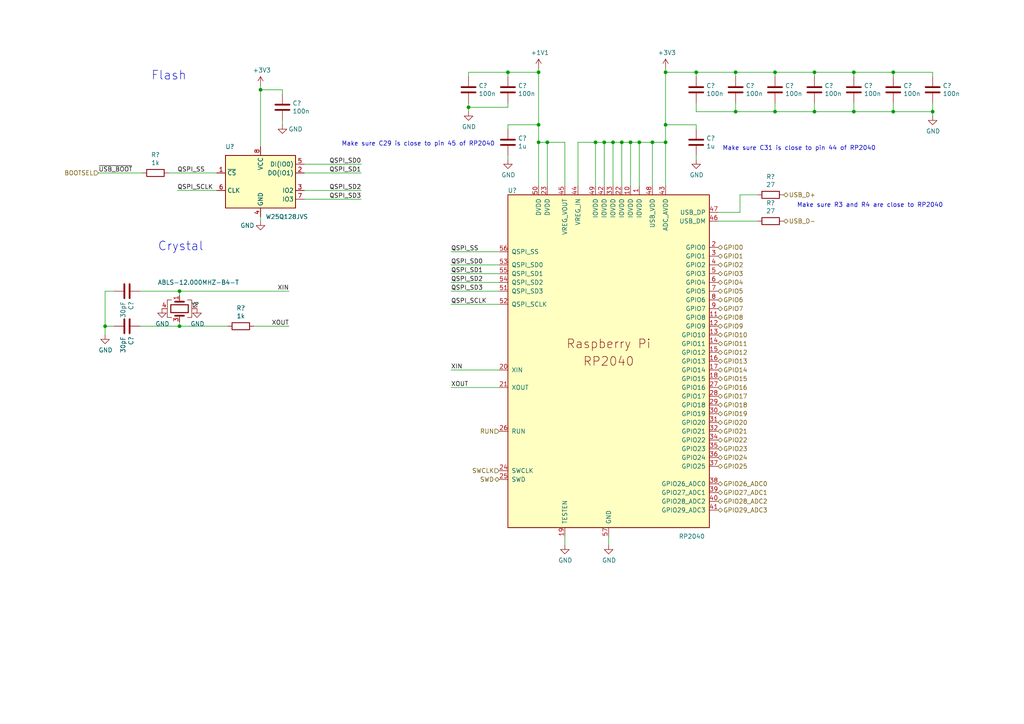
<source format=kicad_sch>
(kicad_sch (version 20230121) (generator eeschema)
  (paper "A4")
  (lib_symbols
    (symbol "Device:C" (pin_numbers hide) (pin_names (offset 0.254))
      (property "Reference" "C" (at 0.635 2.54 0))
      (property "Value" "C" (at 0.635 -2.54 0))
      (symbol "C_0_1"
        (polyline (pts (xy -2.032 -0.762) (xy 2.032 -0.762)) (stroke (width 0.508)))
        (polyline (pts (xy -2.032 0.762) (xy 2.032 0.762)) (stroke (width 0.508)))
      )
      (symbol "C_1_1"
        (pin passive line (at 0 3.81 270) (length 2.794) (name "~") (number "1"))
        (pin passive line (at 0 -3.81 90) (length 2.794) (name "~") (number "2"))
      )
    )
    (symbol "Device:Crystal_GND24" (pin_names (offset 1.016) hide)
      (property "Reference" "Y" (at 3.175 5.08 0))
      (property "Value" "Crystal_GND24" (at 3.175 3.175 0))
      (symbol "Crystal_GND24_0_1"
        (rectangle (start -1.143 2.54) (end 1.143 -2.54) (stroke (width 0.3048)))
        (polyline (pts (xy -2.54 0) (xy -2.032 0)))
        (polyline (pts (xy -2.032 -1.27) (xy -2.032 1.27)) (stroke (width 0.508)))
        (polyline (pts (xy 0 -3.81) (xy 0 -3.556)))
        (polyline (pts (xy 0 3.556) (xy 0 3.81)))
        (polyline (pts (xy 2.032 -1.27) (xy 2.032 1.27)) (stroke (width 0.508)))
        (polyline (pts (xy 2.032 0) (xy 2.54 0)))
        (polyline (pts (xy -2.54 -2.286) (xy -2.54 -3.556) (xy 2.54 -3.556) (xy 2.54 -2.286)))
        (polyline (pts (xy -2.54 2.286) (xy -2.54 3.556) (xy 2.54 3.556) (xy 2.54 2.286)))
      )
      (symbol "Crystal_GND24_1_1"
        (pin passive line (at -3.81 0 0) (length 1.27) (name "1") (number "1"))
        (pin passive line (at 0 5.08 270) (length 1.27) (name "2") (number "2"))
        (pin passive line (at 3.81 0 180) (length 1.27) (name "3") (number "3"))
        (pin passive line (at 0 -5.08 90) (length 1.27) (name "4") (number "4"))
      )
    )
    (symbol "Device:R" (pin_numbers hide) (pin_names (offset 0))
      (property "Reference" "R" (at 2.032 0 90))
      (property "Value" "R" (at 0 0 90))
      (symbol "R_0_1"
        (rectangle (start -1.016 -2.54) (end 1.016 2.54) (stroke (width 0.254)))
      )
      (symbol "R_1_1"
        (pin passive line (at 0 3.81 270) (length 1.27) (name "~") (number "1"))
        (pin passive line (at 0 -3.81 90) (length 1.27) (name "~") (number "2"))
      )
    )
    (symbol "MCU_RaspberryPi_RP2040:RP2040" (pin_names (offset 1.016))
      (property "Reference" "U" (at -29.21 49.53 0))
      (property "Value" "RP2040" (at 24.13 -49.53 0))
      (symbol "RP2040_0_0"
        (text "Raspberry Pi" (at 0 5.08 0) (effects (font (size 2.54 2.54))))
        (text "RP2040" (at 0 0 0) (effects (font (size 2.54 2.54))))
      )
      (symbol "RP2040_0_1"
        (rectangle (start 29.21 48.26) (end -29.21 -48.26) (stroke (width 0.254)) (fill (type background)))
      )
      (symbol "RP2040_1_1"
        (pin power_in line (at 8.89 50.8 270) (length 2.54) (name "IOVDD") (number "1"))
        (pin power_in line (at 6.35 50.8 270) (length 2.54) (name "IOVDD") (number "10"))
        (pin bidirectional line (at 31.75 12.7 180) (length 2.54) (name "GPIO8") (number "11"))
        (pin bidirectional line (at 31.75 10.16 180) (length 2.54) (name "GPIO9") (number "12"))
        (pin bidirectional line (at 31.75 7.62 180) (length 2.54) (name "GPIO10") (number "13"))
        (pin bidirectional line (at 31.75 5.08 180) (length 2.54) (name "GPIO11") (number "14"))
        (pin bidirectional line (at 31.75 2.54 180) (length 2.54) (name "GPIO12") (number "15"))
        (pin bidirectional line (at 31.75 0 180) (length 2.54) (name "GPIO13") (number "16"))
        (pin bidirectional line (at 31.75 -2.54 180) (length 2.54) (name "GPIO14") (number "17"))
        (pin bidirectional line (at 31.75 -5.08 180) (length 2.54) (name "GPIO15") (number "18"))
        (pin passive line (at -12.7 -50.8 90) (length 2.54) (name "TESTEN") (number "19"))
        (pin bidirectional line (at 31.75 33.02 180) (length 2.54) (name "GPIO0") (number "2"))
        (pin input line (at -31.75 -2.54 0) (length 2.54) (name "XIN") (number "20"))
        (pin passive line (at -31.75 -7.62 0) (length 2.54) (name "XOUT") (number "21"))
        (pin power_in line (at 3.81 50.8 270) (length 2.54) (name "IOVDD") (number "22"))
        (pin power_in line (at -17.78 50.8 270) (length 2.54) (name "DVDD") (number "23"))
        (pin output line (at -31.75 -31.75 0) (length 2.54) (name "SWCLK") (number "24"))
        (pin bidirectional line (at -31.75 -34.29 0) (length 2.54) (name "SWD") (number "25"))
        (pin input line (at -31.75 -20.32 0) (length 2.54) (name "RUN") (number "26"))
        (pin bidirectional line (at 31.75 -7.62 180) (length 2.54) (name "GPIO16") (number "27"))
        (pin bidirectional line (at 31.75 -10.16 180) (length 2.54) (name "GPIO17") (number "28"))
        (pin bidirectional line (at 31.75 -12.7 180) (length 2.54) (name "GPIO18") (number "29"))
        (pin bidirectional line (at 31.75 30.48 180) (length 2.54) (name "GPIO1") (number "3"))
        (pin bidirectional line (at 31.75 -15.24 180) (length 2.54) (name "GPIO19") (number "30"))
        (pin bidirectional line (at 31.75 -17.78 180) (length 2.54) (name "GPIO20") (number "31"))
        (pin bidirectional line (at 31.75 -20.32 180) (length 2.54) (name "GPIO21") (number "32"))
        (pin power_in line (at 1.27 50.8 270) (length 2.54) (name "IOVDD") (number "33"))
        (pin bidirectional line (at 31.75 -22.86 180) (length 2.54) (name "GPIO22") (number "34"))
        (pin bidirectional line (at 31.75 -25.4 180) (length 2.54) (name "GPIO23") (number "35"))
        (pin bidirectional line (at 31.75 -27.94 180) (length 2.54) (name "GPIO24") (number "36"))
        (pin bidirectional line (at 31.75 -30.48 180) (length 2.54) (name "GPIO25") (number "37"))
        (pin bidirectional line (at 31.75 -35.56 180) (length 2.54) (name "GPIO26_ADC0") (number "38"))
        (pin bidirectional line (at 31.75 -38.1 180) (length 2.54) (name "GPIO27_ADC1") (number "39"))
        (pin bidirectional line (at 31.75 27.94 180) (length 2.54) (name "GPIO2") (number "4"))
        (pin bidirectional line (at 31.75 -40.64 180) (length 2.54) (name "GPIO28_ADC2") (number "40"))
        (pin bidirectional line (at 31.75 -43.18 180) (length 2.54) (name "GPIO29_ADC3") (number "41"))
        (pin power_in line (at -1.27 50.8 270) (length 2.54) (name "IOVDD") (number "42"))
        (pin power_in line (at 16.51 50.8 270) (length 2.54) (name "ADC_AVDD") (number "43"))
        (pin power_in line (at -8.89 50.8 270) (length 2.54) (name "VREG_IN") (number "44"))
        (pin power_out line (at -12.7 50.8 270) (length 2.54) (name "VREG_VOUT") (number "45"))
        (pin bidirectional line (at 31.75 40.64 180) (length 2.54) (name "USB_DM") (number "46"))
        (pin bidirectional line (at 31.75 43.18 180) (length 2.54) (name "USB_DP") (number "47"))
        (pin power_in line (at 12.7 50.8 270) (length 2.54) (name "USB_VDD") (number "48"))
        (pin power_in line (at -3.81 50.8 270) (length 2.54) (name "IOVDD") (number "49"))
        (pin bidirectional line (at 31.75 25.4 180) (length 2.54) (name "GPIO3") (number "5"))
        (pin power_in line (at -20.32 50.8 270) (length 2.54) (name "DVDD") (number "50"))
        (pin bidirectional line (at -31.75 20.32 0) (length 2.54) (name "QSPI_SD3") (number "51"))
        (pin output line (at -31.75 16.51 0) (length 2.54) (name "QSPI_SCLK") (number "52"))
        (pin bidirectional line (at -31.75 27.94 0) (length 2.54) (name "QSPI_SD0") (number "53"))
        (pin bidirectional line (at -31.75 22.86 0) (length 2.54) (name "QSPI_SD2") (number "54"))
        (pin bidirectional line (at -31.75 25.4 0) (length 2.54) (name "QSPI_SD1") (number "55"))
        (pin bidirectional line (at -31.75 31.75 0) (length 2.54) (name "QSPI_SS") (number "56"))
        (pin power_in line (at 0 -50.8 90) (length 2.54) (name "GND") (number "57"))
        (pin bidirectional line (at 31.75 22.86 180) (length 2.54) (name "GPIO4") (number "6"))
        (pin bidirectional line (at 31.75 20.32 180) (length 2.54) (name "GPIO5") (number "7"))
        (pin bidirectional line (at 31.75 17.78 180) (length 2.54) (name "GPIO6") (number "8"))
        (pin bidirectional line (at 31.75 15.24 180) (length 2.54) (name "GPIO7") (number "9"))
      )
    )
    (symbol "RP2040_minimal-rescue:W25Q128JVS-Memory_Flash"
      (property "Reference" "U" (at -8.89 8.89 0))
      (property "Value" "Memory_Flash_W25Q128JVS" (at 7.62 8.89 0))
      (symbol "W25Q128JVS-Memory_Flash_0_1"
        (rectangle (start -10.16 7.62) (end 10.16 -7.62) (stroke (width 0.254)) (fill (type background)))
      )
      (symbol "W25Q128JVS-Memory_Flash_1_1"
        (pin input line (at -12.7 2.54 0) (length 2.54) (name "~{CS}") (number "1"))
        (pin bidirectional line (at 12.7 2.54 180) (length 2.54) (name "DO(IO1)") (number "2"))
        (pin bidirectional line (at 12.7 -2.54 180) (length 2.54) (name "IO2") (number "3"))
        (pin power_in line (at 0 -10.16 90) (length 2.54) (name "GND") (number "4"))
        (pin bidirectional line (at 12.7 5.08 180) (length 2.54) (name "DI(IO0)") (number "5"))
        (pin input line (at -12.7 -2.54 0) (length 2.54) (name "CLK") (number "6"))
        (pin bidirectional line (at 12.7 -5.08 180) (length 2.54) (name "IO3") (number "7"))
        (pin power_in line (at 0 10.16 270) (length 2.54) (name "VCC") (number "8"))
      )
    )
    (symbol "power:+1V1" (power) (pin_names (offset 0))
      (property "Value" "+1V1" (at 0 3.556 0))
      (symbol "+1V1_0_1"
        (polyline (pts (xy -0.762 1.27) (xy 0 2.54)))
        (polyline (pts (xy 0 0) (xy 0 2.54)))
        (polyline (pts (xy 0 2.54) (xy 0.762 1.27)))
      )
      (symbol "+1V1_1_1"
        (pin power_in line (at 0 0 90) (length 0) hide (name "+1V1") (number "1"))
      )
    )
    (symbol "power:+3V3" (power) (pin_names (offset 0))
      (property "Value" "+3V3" (at 0 3.556 0))
      (symbol "+3V3_0_1"
        (polyline (pts (xy -0.762 1.27) (xy 0 2.54)))
        (polyline (pts (xy 0 0) (xy 0 2.54)))
        (polyline (pts (xy 0 2.54) (xy 0.762 1.27)))
      )
      (symbol "+3V3_1_1"
        (pin power_in line (at 0 0 90) (length 0) hide (name "+3V3") (number "1"))
      )
    )
    (symbol "power:GND" (power) (pin_names (offset 0))
      (property "Value" "GND" (at 0 -3.81 0))
      (symbol "GND_0_1"
        (polyline (pts (xy 0 0) (xy 0 -1.27) (xy 1.27 -1.27) (xy 0 -2.54) (xy -1.27 -1.27) (xy 0 -1.27)))
      )
      (symbol "GND_1_1"
        (pin power_in line (at 0 0 270) (length 0) hide (name "GND") (number "1"))
      )
    )
  )
  (junction (at 156.21 20.955))
  (junction (at 172.72 41.275))
  (junction (at 177.8 41.275))
  (junction (at 247.65 20.955))
  (junction (at 156.21 41.275))
  (junction (at 193.04 41.275))
  (junction (at 213.36 32.385))
  (junction (at 158.75 41.275))
  (junction (at 224.79 20.955))
  (junction (at 213.36 20.955))
  (junction (at 175.26 41.275))
  (junction (at 189.23 41.275))
  (junction (at 224.79 32.385))
  (junction (at 236.22 32.385))
  (junction (at 185.42 41.275))
  (junction (at 247.65 32.385))
  (junction (at 201.93 20.955))
  (junction (at 193.04 20.955))
  (junction (at 30.48 94.615))
  (junction (at 75.565 26.035))
  (junction (at 52.07 84.455))
  (junction (at 182.88 41.275))
  (junction (at 180.34 41.275))
  (junction (at 156.21 36.195))
  (junction (at 135.89 31.115))
  (junction (at 236.22 20.955))
  (junction (at 147.32 20.955))
  (junction (at 259.08 20.955))
  (junction (at 52.07 94.615))
  (junction (at 259.08 32.385))
  (junction (at 193.04 36.195))
  (junction (at 270.51 32.385))
  (wire (pts (xy 135.89 20.955) (xy 147.32 20.955)))
  (wire (pts (xy 208.28 61.595) (xy 214.63 61.595)))
  (wire (pts (xy 144.78 73.025) (xy 130.81 73.025)))
  (wire (pts (xy 163.83 41.275) (xy 158.75 41.275)))
  (wire (pts (xy 193.04 41.275) (xy 193.04 53.975)))
  (wire (pts (xy 144.78 88.265) (xy 130.81 88.265)))
  (wire (pts (xy 193.04 20.955) (xy 201.93 20.955)))
  (wire (pts (xy 40.64 84.455) (xy 52.07 84.455)))
  (wire (pts (xy 201.93 29.845) (xy 201.93 32.385)))
  (wire (pts (xy 75.565 24.765) (xy 75.565 26.035)))
  (wire (pts (xy 130.81 76.835) (xy 144.78 76.835)))
  (wire (pts (xy 135.89 31.115) (xy 135.89 32.385)))
  (wire (pts (xy 224.79 32.385) (xy 213.36 32.385)))
  (wire (pts (xy 176.53 155.575) (xy 176.53 158.115)))
  (wire (pts (xy 189.23 53.975) (xy 189.23 41.275)))
  (wire (pts (xy 81.915 26.035) (xy 75.565 26.035)))
  (wire (pts (xy 33.02 94.615) (xy 30.48 94.615)))
  (wire (pts (xy 135.89 22.225) (xy 135.89 20.955)))
  (wire (pts (xy 130.81 79.375) (xy 144.78 79.375)))
  (wire (pts (xy 201.93 45.085) (xy 201.93 46.355)))
  (wire (pts (xy 189.23 41.275) (xy 193.04 41.275)))
  (wire (pts (xy 30.48 94.615) (xy 30.48 97.155)))
  (wire (pts (xy 52.07 85.725) (xy 52.07 84.455)))
  (wire (pts (xy 156.21 36.195) (xy 156.21 41.275)))
  (wire (pts (xy 81.915 34.925) (xy 81.915 36.195)))
  (wire (pts (xy 270.51 29.845) (xy 270.51 32.385)))
  (wire (pts (xy 247.65 20.955) (xy 259.08 20.955)))
  (wire (pts (xy 177.8 41.275) (xy 180.34 41.275)))
  (wire (pts (xy 214.63 56.515) (xy 219.71 56.515)))
  (wire (pts (xy 180.34 41.275) (xy 182.88 41.275)))
  (wire (pts (xy 167.64 41.275) (xy 172.72 41.275)))
  (wire (pts (xy 224.79 22.225) (xy 224.79 20.955)))
  (wire (pts (xy 182.88 53.975) (xy 182.88 41.275)))
  (wire (pts (xy 163.83 155.575) (xy 163.83 158.115)))
  (wire (pts (xy 236.22 32.385) (xy 224.79 32.385)))
  (wire (pts (xy 156.21 41.275) (xy 156.21 53.975)))
  (wire (pts (xy 213.36 32.385) (xy 201.93 32.385)))
  (wire (pts (xy 213.36 22.225) (xy 213.36 20.955)))
  (wire (pts (xy 75.565 62.865) (xy 75.565 64.135)))
  (wire (pts (xy 156.21 19.685) (xy 156.21 20.955)))
  (wire (pts (xy 147.32 37.465) (xy 147.32 36.195)))
  (wire (pts (xy 175.26 41.275) (xy 177.8 41.275)))
  (wire (pts (xy 201.93 37.465) (xy 201.93 36.195)))
  (wire (pts (xy 41.275 50.165) (xy 28.575 50.165)))
  (wire (pts (xy 175.26 53.975) (xy 175.26 41.275)))
  (wire (pts (xy 52.07 94.615) (xy 66.04 94.615)))
  (wire (pts (xy 214.63 56.515) (xy 214.63 61.595)))
  (wire (pts (xy 163.83 53.975) (xy 163.83 41.275)))
  (wire (pts (xy 158.75 41.275) (xy 156.21 41.275)))
  (wire (pts (xy 224.79 20.955) (xy 236.22 20.955)))
  (wire (pts (xy 213.36 29.845) (xy 213.36 32.385)))
  (wire (pts (xy 180.34 53.975) (xy 180.34 41.275)))
  (wire (pts (xy 185.42 41.275) (xy 185.42 53.975)))
  (wire (pts (xy 33.02 84.455) (xy 30.48 84.455)))
  (wire (pts (xy 270.51 22.225) (xy 270.51 20.955)))
  (wire (pts (xy 144.78 112.395) (xy 130.81 112.395)))
  (wire (pts (xy 40.64 94.615) (xy 52.07 94.615)))
  (wire (pts (xy 259.08 29.845) (xy 259.08 32.385)))
  (wire (pts (xy 259.08 22.225) (xy 259.08 20.955)))
  (wire (pts (xy 182.88 41.275) (xy 185.42 41.275)))
  (wire (pts (xy 130.81 107.315) (xy 144.78 107.315)))
  (wire (pts (xy 88.265 50.165) (xy 104.775 50.165)))
  (wire (pts (xy 236.22 22.225) (xy 236.22 20.955)))
  (wire (pts (xy 208.28 64.135) (xy 219.71 64.135)))
  (wire (pts (xy 135.89 31.115) (xy 147.32 31.115)))
  (wire (pts (xy 52.07 93.345) (xy 52.07 94.615)))
  (wire (pts (xy 30.48 84.455) (xy 30.48 94.615)))
  (wire (pts (xy 147.32 36.195) (xy 156.21 36.195)))
  (wire (pts (xy 177.8 53.975) (xy 177.8 41.275)))
  (wire (pts (xy 224.79 29.845) (xy 224.79 32.385)))
  (wire (pts (xy 259.08 20.955) (xy 270.51 20.955)))
  (wire (pts (xy 236.22 29.845) (xy 236.22 32.385)))
  (wire (pts (xy 270.51 32.385) (xy 270.51 33.655)))
  (wire (pts (xy 247.65 22.225) (xy 247.65 20.955)))
  (wire (pts (xy 167.64 53.975) (xy 167.64 41.275)))
  (wire (pts (xy 158.75 53.975) (xy 158.75 41.275)))
  (wire (pts (xy 156.21 20.955) (xy 156.21 36.195)))
  (wire (pts (xy 247.65 29.845) (xy 247.65 32.385)))
  (wire (pts (xy 201.93 22.225) (xy 201.93 20.955)))
  (wire (pts (xy 130.81 81.915) (xy 144.78 81.915)))
  (wire (pts (xy 213.36 20.955) (xy 224.79 20.955)))
  (wire (pts (xy 147.32 31.115) (xy 147.32 29.845)))
  (wire (pts (xy 147.32 45.085) (xy 147.32 46.355)))
  (wire (pts (xy 193.04 36.195) (xy 193.04 41.275)))
  (wire (pts (xy 73.66 94.615) (xy 83.82 94.615)))
  (wire (pts (xy 259.08 32.385) (xy 270.51 32.385)))
  (wire (pts (xy 88.265 57.785) (xy 104.775 57.785)))
  (wire (pts (xy 193.04 20.955) (xy 193.04 36.195)))
  (wire (pts (xy 48.895 50.165) (xy 62.865 50.165)))
  (wire (pts (xy 236.22 20.955) (xy 247.65 20.955)))
  (wire (pts (xy 147.32 20.955) (xy 156.21 20.955)))
  (wire (pts (xy 88.265 55.245) (xy 104.775 55.245)))
  (wire (pts (xy 81.915 27.305) (xy 81.915 26.035)))
  (wire (pts (xy 172.72 53.975) (xy 172.72 41.275)))
  (wire (pts (xy 51.435 55.245) (xy 62.865 55.245)))
  (wire (pts (xy 147.32 22.225) (xy 147.32 20.955)))
  (wire (pts (xy 193.04 36.195) (xy 201.93 36.195)))
  (wire (pts (xy 201.93 20.955) (xy 213.36 20.955)))
  (wire (pts (xy 259.08 32.385) (xy 247.65 32.385)))
  (wire (pts (xy 88.265 47.625) (xy 104.775 47.625)))
  (wire (pts (xy 172.72 41.275) (xy 175.26 41.275)))
  (wire (pts (xy 135.89 29.845) (xy 135.89 31.115)))
  (wire (pts (xy 75.565 26.035) (xy 75.565 42.545)))
  (wire (pts (xy 193.04 19.685) (xy 193.04 20.955)))
  (wire (pts (xy 247.65 32.385) (xy 236.22 32.385)))
  (wire (pts (xy 52.07 84.455) (xy 83.82 84.455)))
  (wire (pts (xy 185.42 41.275) (xy 189.23 41.275)))
  (wire (pts (xy 130.81 84.455) (xy 144.78 84.455)))
  (text "Make sure R3 and R4 are close to RP2040" (at 231.14 60.325 0) (effects (font (size 1.27 1.27)) (justify left bottom)))
  (text "Make sure C29 is close to pin 45 of RP2040" (at 99.06 42.545 0) (effects (font (size 1.27 1.27)) (justify left bottom)))
  (text "Make sure C31 is close to pin 44 of RP2040" (at 209.55 43.815 0) (effects (font (size 1.27 1.27)) (justify left bottom)))
  (text "Flash" (at 43.815 23.495 0) (effects (font (size 2.54 2.54)) (justify left bottom)))
  (text "Crystal" (at 45.72 73.025 0) (effects (font (size 2.54 2.54)) (justify left bottom)))
  (label "QSPI_SS" (at 51.435 50.165 0))
  (label "QSPI_SCLK" (at 130.81 88.265 0))
  (label "XIN" (at 83.82 84.455 180))
  (label "~{USB_BOOT}" (at 28.575 50.165 0))
  (label "QSPI_SD1" (at 104.775 50.165 180))
  (label "QSPI_SD0" (at 104.775 47.625 180))
  (label "QSPI_SD3" (at 130.81 84.455 0))
  (label "QSPI_SS" (at 130.81 73.025 0))
  (label "XOUT" (at 83.82 94.615 180))
  (label "QSPI_SD1" (at 130.81 79.375 0))
  (label "XIN" (at 130.81 107.315 0))
  (label "QSPI_SD0" (at 130.81 76.835 0))
  (label "QSPI_SD2" (at 130.81 81.915 0))
  (label "QSPI_SD3" (at 104.775 57.785 180))
  (label "QSPI_SCLK" (at 51.435 55.245 0))
  (label "XOUT" (at 130.81 112.395 0))
  (label "QSPI_SD2" (at 104.775 55.245 180))
  (hierarchical_label "RUN" (shape input) (at 144.78 125.095 180))
  (hierarchical_label "GPIO23" (shape bidirectional) (at 208.28 130.175 0))
  (hierarchical_label "GPIO11" (shape bidirectional) (at 208.28 99.695 0))
  (hierarchical_label "GPIO26_ADC0" (shape bidirectional) (at 208.28 140.335 0))
  (hierarchical_label "USB_D+" (shape bidirectional) (at 227.33 56.515 0))
  (hierarchical_label "GPIO17" (shape bidirectional) (at 208.28 114.935 0))
  (hierarchical_label "GPIO18" (shape bidirectional) (at 208.28 117.475 0))
  (hierarchical_label "GPIO14" (shape bidirectional) (at 208.28 107.315 0))
  (hierarchical_label "BOOTSEL" (shape input) (at 28.575 50.165 180))
  (hierarchical_label "GPIO27_ADC1" (shape bidirectional) (at 208.28 142.875 0))
  (hierarchical_label "GPIO0" (shape bidirectional) (at 208.28 71.755 0))
  (hierarchical_label "GPIO16" (shape bidirectional) (at 208.28 112.395 0))
  (hierarchical_label "GPIO4" (shape bidirectional) (at 208.28 81.915 0))
  (hierarchical_label "GPIO25" (shape bidirectional) (at 208.28 135.255 0))
  (hierarchical_label "GPIO24" (shape bidirectional) (at 208.28 132.715 0))
  (hierarchical_label "GPIO22" (shape bidirectional) (at 208.28 127.635 0))
  (hierarchical_label "GPIO9" (shape bidirectional) (at 208.28 94.615 0))
  (hierarchical_label "GPIO12" (shape bidirectional) (at 208.28 102.235 0))
  (hierarchical_label "GPIO7" (shape bidirectional) (at 208.28 89.535 0))
  (hierarchical_label "USB_D-" (shape bidirectional) (at 227.33 64.135 0))
  (hierarchical_label "GPIO6" (shape bidirectional) (at 208.28 86.995 0))
  (hierarchical_label "GPIO20" (shape bidirectional) (at 208.28 122.555 0))
  (hierarchical_label "GPIO3" (shape bidirectional) (at 208.28 79.375 0))
  (hierarchical_label "GPIO29_ADC3" (shape bidirectional) (at 208.28 147.955 0))
  (hierarchical_label "GPIO10" (shape bidirectional) (at 208.28 97.155 0))
  (hierarchical_label "GPIO28_ADC2" (shape bidirectional) (at 208.28 145.415 0))
  (hierarchical_label "GPIO1" (shape bidirectional) (at 208.28 74.295 0))
  (hierarchical_label "GPIO8" (shape bidirectional) (at 208.28 92.075 0))
  (hierarchical_label "GPIO19" (shape bidirectional) (at 208.28 120.015 0))
  (hierarchical_label "GPIO21" (shape bidirectional) (at 208.28 125.095 0))
  (hierarchical_label "GPIO13" (shape bidirectional) (at 208.28 104.775 0))
  (hierarchical_label "GPIO5" (shape bidirectional) (at 208.28 84.455 0))
  (hierarchical_label "SWD" (shape bidirectional) (at 144.78 139.065 180))
  (hierarchical_label "GPIO15" (shape bidirectional) (at 208.28 109.855 0))
  (hierarchical_label "GPIO2" (shape bidirectional) (at 208.28 76.835 0))
  (hierarchical_label "SWCLK" (shape input) (at 144.78 136.525 180))
  (symbol (lib_id "MCU_RaspberryPi_RP2040:RP2040") (at 176.53 104.775 0) (unit 1)
    (property "Reference" "U?" (at 148.59 55.245 0))
    (property "Value" "RP2040" (at 200.66 155.575 0))
    (property "Footprint" "Package_DFN_QFN:QFN-56-1EP_7x7mm_P0.4mm_EP3.2x3.2mm_ThermalVias" (effects hide))
    (instances (project "RP2040_minimal" (path "" (reference "U?") (unit 1))) (project "PicoGUS chipdown" (path "" (reference "U12") (unit 1))))
  )
  (symbol (lib_id "Device:C") (at 36.83 84.455 270) (unit 1)
    (property "Reference" "C?" (at 37.9984 87.376 0) (effects (justify left)))
    (property "Value" "30pF" (at 35.687 87.376 0) (effects (justify left)))
    (property "Footprint" "Capacitor_SMD:C_0402_1005Metric" (effects hide))
    (instances (project "RP2040_minimal" (path "" (reference "C?") (unit 1))) (project "PicoGUS chipdown" (path "" (reference "C24") (unit 1))))
  )
  (symbol (lib_id "Device:C") (at 36.83 94.615 270) (unit 1)
    (property "Reference" "C?" (at 37.9984 97.536 0) (effects (justify left)))
    (property "Value" "30pF" (at 35.687 97.536 0) (effects (justify left)))
    (property "Footprint" "Capacitor_SMD:C_0402_1005Metric" (effects hide))
    (instances (project "RP2040_minimal" (path "" (reference "C?") (unit 1))) (project "PicoGUS chipdown" (path "" (reference "C25") (unit 1))))
  )
  (symbol (lib_id "power:GND") (at 30.48 97.155 0) (unit 1)
    (property "Reference" "#PWR?" (effects hide))
    (property "Value" "GND" (at 30.607 101.5492 0))
    (instances (project "RP2040_minimal" (path "" (reference "#PWR?") (unit 1))) (project "PicoGUS chipdown" (path "" (reference "#PWR066") (unit 1))))
  )
  (symbol (lib_id "RP2040_minimal-rescue:W25Q128JVS-Memory_Flash") (at 75.565 52.705 0) (unit 1)
    (property "Reference" "U?" (at 66.675 42.545 0))
    (property "Value" "W25Q128JVS" (at 83.185 62.865 0))
    (property "Footprint" "Package_SO:SOIC-8_5.23x5.23mm_P1.27mm" (effects hide))
    (property "Datasheet" "http://www.winbond.com/resource-files/w25q128jv_dtr%20revc%2003272018%20plus.pdf" (effects hide))
    (instances (project "RP2040_minimal" (path "" (reference "U?") (unit 1))) (project "PicoGUS chipdown" (path "" (reference "U11") (unit 1))))
  )
  (symbol (lib_id "power:+3V3") (at 75.565 24.765 0) (unit 1)
    (property "Reference" "#PWR?" (effects hide))
    (property "Value" "+3V3" (at 75.946 20.3708 0))
    (instances (project "RP2040_minimal" (path "" (reference "#PWR?") (unit 1))) (project "PicoGUS chipdown" (path "" (reference "#PWR067") (unit 1))))
  )
  (symbol (lib_id "power:GND") (at 75.565 64.135 0) (unit 1)
    (property "Reference" "#PWR?" (effects hide))
    (property "Value" "GND" (at 71.755 65.405 0))
    (instances (project "RP2040_minimal" (path "" (reference "#PWR?") (unit 1))) (project "PicoGUS chipdown" (path "" (reference "#PWR068") (unit 1))))
  )
  (symbol (lib_id "Device:R") (at 45.085 50.165 270) (unit 1)
    (property "Reference" "R?" (at 45.085 44.9072 90))
    (property "Value" "1k" (at 45.085 47.2186 90))
    (property "Footprint" "Capacitor_SMD:C_0402_1005Metric" (effects hide))
    (instances (project "RP2040_minimal" (path "" (reference "R?") (unit 1))) (project "PicoGUS chipdown" (path "" (reference "R12") (unit 1))))
  )
  (symbol (lib_id "Device:C") (at 81.915 31.115 0) (unit 1)
    (property "Reference" "C?" (at 84.836 29.9466 0) (effects (justify left)))
    (property "Value" "100n" (at 84.836 32.258 0) (effects (justify left)))
    (property "Footprint" "Capacitor_SMD:C_0402_1005Metric" (effects hide))
    (instances (project "RP2040_minimal" (path "" (reference "C?") (unit 1))) (project "PicoGUS chipdown" (path "" (reference "C26") (unit 1))))
  )
  (symbol (lib_id "power:GND") (at 81.915 36.195 0) (unit 1)
    (property "Reference" "#PWR?" (effects hide))
    (property "Value" "GND" (at 85.725 37.465 0))
    (instances (project "RP2040_minimal" (path "" (reference "#PWR?") (unit 1))) (project "PicoGUS chipdown" (path "" (reference "#PWR069") (unit 1))))
  )
  (symbol (lib_id "power:GND") (at 176.53 158.115 0) (unit 1)
    (property "Reference" "#PWR?" (effects hide))
    (property "Value" "GND" (at 176.657 162.5092 0))
    (instances (project "RP2040_minimal" (path "" (reference "#PWR?") (unit 1))) (project "PicoGUS chipdown" (path "" (reference "#PWR074") (unit 1))))
  )
  (symbol (lib_id "power:GND") (at 163.83 158.115 0) (unit 1)
    (property "Reference" "#PWR?" (effects hide))
    (property "Value" "GND" (at 163.957 162.5092 0))
    (instances (project "RP2040_minimal" (path "" (reference "#PWR?") (unit 1))) (project "PicoGUS chipdown" (path "" (reference "#PWR073") (unit 1))))
  )
  (symbol (lib_id "Device:R") (at 223.52 56.515 270) (unit 1)
    (property "Reference" "R?" (at 223.52 51.2572 90))
    (property "Value" "27" (at 223.52 53.5686 90))
    (property "Footprint" "Capacitor_SMD:C_0402_1005Metric" (effects hide))
    (instances (project "RP2040_minimal" (path "" (reference "R?") (unit 1))) (project "PicoGUS chipdown" (path "" (reference "R15") (unit 1))))
  )
  (symbol (lib_id "Device:R") (at 223.52 64.135 270) (unit 1)
    (property "Reference" "R?" (at 223.52 58.8772 90))
    (property "Value" "27" (at 223.52 61.1886 90))
    (property "Footprint" "Capacitor_SMD:C_0402_1005Metric" (effects hide))
    (instances (project "RP2040_minimal" (path "" (reference "R?") (unit 1))) (project "PicoGUS chipdown" (path "" (reference "R16") (unit 1))))
  )
  (symbol (lib_id "power:+3V3") (at 193.04 19.685 0) (unit 1)
    (property "Reference" "#PWR?" (effects hide))
    (property "Value" "+3V3" (at 193.421 15.2908 0))
    (instances (project "RP2040_minimal" (path "" (reference "#PWR?") (unit 1))) (project "PicoGUS chipdown" (path "" (reference "#PWR075") (unit 1))))
  )
  (symbol (lib_id "power:+1V1") (at 156.21 19.685 0) (unit 1)
    (property "Reference" "#PWR?" (effects hide))
    (property "Value" "+1V1" (at 156.591 15.2908 0))
    (instances (project "RP2040_minimal" (path "" (reference "#PWR?") (unit 1))) (project "PicoGUS chipdown" (path "" (reference "#PWR072") (unit 1))))
  )
  (symbol (lib_id "Device:C") (at 201.93 26.035 0) (unit 1)
    (property "Reference" "C?" (at 204.851 24.8666 0) (effects (justify left)))
    (property "Value" "100n" (at 204.851 27.178 0) (effects (justify left)))
    (property "Footprint" "Capacitor_SMD:C_0402_1005Metric" (effects hide))
    (instances (project "RP2040_minimal" (path "" (reference "C?") (unit 1))) (project "PicoGUS chipdown" (path "" (reference "C30") (unit 1))))
  )
  (symbol (lib_id "Device:C") (at 213.36 26.035 0) (unit 1)
    (property "Reference" "C?" (at 216.281 24.8666 0) (effects (justify left)))
    (property "Value" "100n" (at 216.281 27.178 0) (effects (justify left)))
    (property "Footprint" "Capacitor_SMD:C_0402_1005Metric" (effects hide))
    (instances (project "RP2040_minimal" (path "" (reference "C?") (unit 1))) (project "PicoGUS chipdown" (path "" (reference "C32") (unit 1))))
  )
  (symbol (lib_id "Device:C") (at 224.79 26.035 0) (unit 1)
    (property "Reference" "C?" (at 227.711 24.8666 0) (effects (justify left)))
    (property "Value" "100n" (at 227.711 27.178 0) (effects (justify left)))
    (property "Footprint" "Capacitor_SMD:C_0402_1005Metric" (effects hide))
    (instances (project "RP2040_minimal" (path "" (reference "C?") (unit 1))) (project "PicoGUS chipdown" (path "" (reference "C33") (unit 1))))
  )
  (symbol (lib_id "Device:C") (at 236.22 26.035 0) (unit 1)
    (property "Reference" "C?" (at 239.141 24.8666 0) (effects (justify left)))
    (property "Value" "100n" (at 239.141 27.178 0) (effects (justify left)))
    (property "Footprint" "Capacitor_SMD:C_0402_1005Metric" (effects hide))
    (instances (project "RP2040_minimal" (path "" (reference "C?") (unit 1))) (project "PicoGUS chipdown" (path "" (reference "C34") (unit 1))))
  )
  (symbol (lib_id "Device:C") (at 247.65 26.035 0) (unit 1)
    (property "Reference" "C?" (at 250.571 24.8666 0) (effects (justify left)))
    (property "Value" "100n" (at 250.571 27.178 0) (effects (justify left)))
    (property "Footprint" "Capacitor_SMD:C_0402_1005Metric" (effects hide))
    (instances (project "RP2040_minimal" (path "" (reference "C?") (unit 1))) (project "PicoGUS chipdown" (path "" (reference "C35") (unit 1))))
  )
  (symbol (lib_id "Device:C") (at 259.08 26.035 0) (unit 1)
    (property "Reference" "C?" (at 262.001 24.8666 0) (effects (justify left)))
    (property "Value" "100n" (at 262.001 27.178 0) (effects (justify left)))
    (property "Footprint" "Capacitor_SMD:C_0402_1005Metric" (effects hide))
    (instances (project "RP2040_minimal" (path "" (reference "C?") (unit 1))) (project "PicoGUS chipdown" (path "" (reference "C36") (unit 1))))
  )
  (symbol (lib_id "Device:C") (at 270.51 26.035 0) (unit 1)
    (property "Reference" "C?" (at 273.431 24.8666 0) (effects (justify left)))
    (property "Value" "100n" (at 273.431 27.178 0) (effects (justify left)))
    (property "Footprint" "Capacitor_SMD:C_0402_1005Metric" (effects hide))
    (instances (project "RP2040_minimal" (path "" (reference "C?") (unit 1))) (project "PicoGUS chipdown" (path "" (reference "C37") (unit 1))))
  )
  (symbol (lib_id "Device:C") (at 135.89 26.035 0) (unit 1)
    (property "Reference" "C?" (at 138.811 24.8666 0) (effects (justify left)))
    (property "Value" "100n" (at 138.811 27.178 0) (effects (justify left)))
    (property "Footprint" "Capacitor_SMD:C_0402_1005Metric" (effects hide))
    (instances (project "RP2040_minimal" (path "" (reference "C?") (unit 1))) (project "PicoGUS chipdown" (path "" (reference "C27") (unit 1))))
  )
  (symbol (lib_id "Device:C") (at 147.32 26.035 0) (unit 1)
    (property "Reference" "C?" (at 150.241 24.8666 0) (effects (justify left)))
    (property "Value" "100n" (at 150.241 27.178 0) (effects (justify left)))
    (property "Footprint" "Capacitor_SMD:C_0402_1005Metric" (effects hide))
    (instances (project "RP2040_minimal" (path "" (reference "C?") (unit 1))) (project "PicoGUS chipdown" (path "" (reference "C28") (unit 1))))
  )
  (symbol (lib_id "Device:C") (at 147.32 41.275 0) (unit 1)
    (property "Reference" "C?" (at 150.241 40.1066 0) (effects (justify left)))
    (property "Value" "1u" (at 150.241 42.418 0) (effects (justify left)))
    (property "Footprint" "Capacitor_SMD:C_0402_1005Metric" (effects hide))
    (instances (project "RP2040_minimal" (path "" (reference "C?") (unit 1))) (project "PicoGUS chipdown" (path "" (reference "C29") (unit 1))))
  )
  (symbol (lib_id "Device:C") (at 201.93 41.275 0) (unit 1)
    (property "Reference" "C?" (at 204.851 40.1066 0) (effects (justify left)))
    (property "Value" "1u" (at 204.851 42.418 0) (effects (justify left)))
    (property "Footprint" "Capacitor_SMD:C_0402_1005Metric" (effects hide))
    (instances (project "RP2040_minimal" (path "" (reference "C?") (unit 1))) (project "PicoGUS chipdown" (path "" (reference "C31") (unit 1))))
  )
  (symbol (lib_id "power:GND") (at 270.51 33.655 0) (unit 1)
    (property "Reference" "#PWR?" (effects hide))
    (property "Value" "GND" (at 270.637 38.0492 0))
    (instances (project "RP2040_minimal" (path "" (reference "#PWR?") (unit 1))) (project "PicoGUS chipdown" (path "" (reference "#PWR077") (unit 1))))
  )
  (symbol (lib_id "power:GND") (at 135.89 32.385 0) (unit 1)
    (property "Reference" "#PWR?" (effects hide))
    (property "Value" "GND" (at 136.017 36.7792 0))
    (instances (project "RP2040_minimal" (path "" (reference "#PWR?") (unit 1))) (project "PicoGUS chipdown" (path "" (reference "#PWR070") (unit 1))))
  )
  (symbol (lib_id "power:GND") (at 147.32 46.355 0) (unit 1)
    (property "Reference" "#PWR?" (effects hide))
    (property "Value" "GND" (at 147.447 50.7492 0))
    (instances (project "RP2040_minimal" (path "" (reference "#PWR?") (unit 1))) (project "PicoGUS chipdown" (path "" (reference "#PWR071") (unit 1))))
  )
  (symbol (lib_id "power:GND") (at 201.93 46.355 0) (unit 1)
    (property "Reference" "#PWR?" (effects hide))
    (property "Value" "GND" (at 202.057 50.7492 0))
    (instances (project "RP2040_minimal" (path "" (reference "#PWR?") (unit 1))) (project "PicoGUS chipdown" (path "" (reference "#PWR076") (unit 1))))
  )
  (symbol (lib_id "Device:R") (at 69.85 94.615 270) (unit 1)
    (property "Reference" "R?" (at 69.85 89.3572 90))
    (property "Value" "1k" (at 69.85 91.6686 90))
    (property "Footprint" "Capacitor_SMD:C_0402_1005Metric" (effects hide))
    (instances (project "RP2040_minimal" (path "" (reference "R?") (unit 1))) (project "PicoGUS chipdown" (path "" (reference "R14") (unit 1))))
  )
  (symbol (lib_id "Device:Crystal_GND24") (at 52.07 89.535 270) (unit 1)
    (property "Reference" "Y?" (at 55.3974 88.3666 90) (effects (justify left)))
    (property "Value" "ABLS-12.000MHZ-B4-T" (at 45.72 81.915 90) (effects (justify left)))
    (property "Footprint" "Crystal:Crystal_SMD_3225-4Pin_3.2x2.5mm" (effects hide))
    (instances (project "RP2040_minimal" (path "" (reference "Y?") (unit 1))) (project "PicoGUS chipdown" (path "" (reference "Y1") (unit 1))))
  )
  (symbol (lib_id "power:GND") (at 57.15 89.535 0) (unit 1)
    (property "Reference" "#PWR?" (effects hide))
    (property "Value" "GND" (at 57.277 93.9292 0))
    (instances (project "RP2040_minimal" (path "" (reference "#PWR?") (unit 1))) (project "PicoGUS chipdown" (path "" (reference "#PWR079") (unit 1))))
  )
  (symbol (lib_id "power:GND") (at 46.99 89.535 0) (unit 1)
    (property "Reference" "#PWR?" (effects hide))
    (property "Value" "GND" (at 47.117 93.9292 0))
    (instances (project "RP2040_minimal" (path "" (reference "#PWR?") (unit 1))) (project "PicoGUS chipdown" (path "" (reference "#PWR078") (unit 1))))
  )
)
</source>
